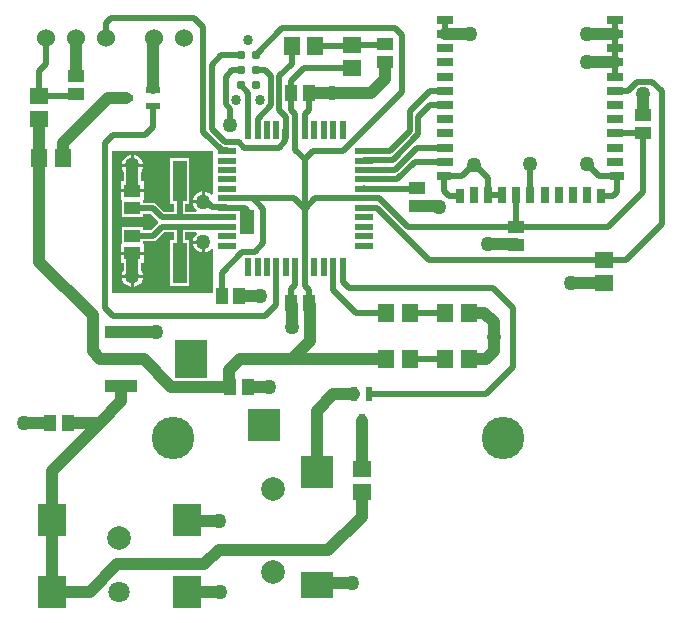
<source format=gtl>
G04 Layer_Physical_Order=1*
G04 Layer_Color=255*
%FSLAX44Y44*%
%MOMM*%
G71*
G01*
G75*
%ADD10R,2.7000X1.0000*%
%ADD11R,2.7000X3.3000*%
%ADD12R,1.1000X1.4000*%
%ADD13R,1.4000X1.1000*%
%ADD14C,0.7874*%
%ADD15R,1.4000X1.5000*%
%ADD16R,1.5000X1.4000*%
%ADD17R,1.2000X3.5000*%
%ADD18R,2.8000X2.8000*%
%ADD19R,2.8000X2.2000*%
%ADD20R,1.3000X0.6000*%
%ADD21R,0.6000X1.3000*%
%ADD22R,1.6000X0.6000*%
%ADD23R,0.6000X1.6000*%
%ADD24R,2.4000X2.8000*%
%ADD25R,1.4000X0.8000*%
%ADD26R,1.2000X0.8000*%
%ADD27R,0.8000X1.2000*%
%ADD28R,0.8000X1.4000*%
%ADD29C,0.5000*%
%ADD30C,1.0000*%
%ADD31C,3.6000*%
%ADD32C,0.8636*%
%ADD33C,2.0000*%
%ADD34C,1.5240*%
%ADD35C,1.8000*%
%ADD36C,1.2700*%
G36*
X177000Y354264D02*
X175730Y353833D01*
X175340Y354340D01*
X173483Y355765D01*
X171321Y356661D01*
X170270Y356800D01*
Y348000D01*
X169000D01*
Y346730D01*
X160201D01*
X160339Y345679D01*
X161235Y343517D01*
X162660Y341660D01*
X163704Y340858D01*
X163273Y339588D01*
X153588D01*
Y346500D01*
X157000D01*
Y385500D01*
X141000D01*
Y346500D01*
X144412D01*
Y339588D01*
X135900D01*
X129744Y345744D01*
X128256Y346739D01*
X126500Y347088D01*
X118000D01*
Y349460D01*
X118540D01*
Y356230D01*
X109000D01*
X99460D01*
Y349460D01*
X100000D01*
Y335000D01*
X118000D01*
Y337912D01*
X124600D01*
X130756Y331756D01*
X130936Y331635D01*
Y330365D01*
X130756Y330244D01*
X124600Y324088D01*
X118000D01*
Y327000D01*
X100000D01*
Y312540D01*
X99460D01*
Y305770D01*
X118540D01*
Y312540D01*
X118000D01*
Y314912D01*
X126500D01*
X128256Y315261D01*
X129744Y316256D01*
X135900Y322412D01*
X144412D01*
Y315500D01*
X141000D01*
Y276500D01*
X157000D01*
Y315500D01*
X153588D01*
Y322412D01*
X163273D01*
X163704Y321142D01*
X162660Y320340D01*
X161235Y318483D01*
X160339Y316321D01*
X160201Y315270D01*
X169000D01*
Y314000D01*
X170270D01*
Y305201D01*
X171321Y305339D01*
X173483Y306235D01*
X175340Y307660D01*
X175730Y308167D01*
X177000Y307736D01*
Y277000D01*
X177000D01*
Y271000D01*
X92000D01*
Y391000D01*
X177000D01*
Y354264D01*
D02*
G37*
G36*
X212000Y321000D02*
X200000Y321000D01*
X200000Y341000D01*
X212000Y341000D01*
X212000Y321000D01*
D02*
G37*
%LPC*%
G36*
X167730Y312730D02*
X160201D01*
X160339Y311679D01*
X161235Y309517D01*
X162660Y307660D01*
X164517Y306235D01*
X166679Y305339D01*
X167730Y305201D01*
Y312730D01*
D02*
G37*
G36*
X107730Y283730D02*
X100201D01*
X100339Y282679D01*
X101235Y280517D01*
X102660Y278660D01*
X104517Y277235D01*
X106679Y276339D01*
X107730Y276201D01*
Y283730D01*
D02*
G37*
G36*
X117800D02*
X110270D01*
Y276201D01*
X111321Y276339D01*
X113483Y277235D01*
X115340Y278660D01*
X116765Y280517D01*
X117661Y282679D01*
X117800Y283730D01*
D02*
G37*
G36*
X118540Y303230D02*
X99460D01*
Y296460D01*
X101940D01*
Y290402D01*
X101235Y289483D01*
X100339Y287321D01*
X100201Y286270D01*
X117800D01*
X117661Y287321D01*
X116765Y289483D01*
X116060Y290402D01*
Y296460D01*
X118540D01*
Y303230D01*
D02*
G37*
G36*
X107730Y387799D02*
X106679Y387661D01*
X104517Y386765D01*
X102660Y385340D01*
X101235Y383483D01*
X100339Y381321D01*
X100201Y380270D01*
X107730D01*
Y387799D01*
D02*
G37*
G36*
X110270D02*
Y380270D01*
X117800D01*
X117661Y381321D01*
X116765Y383483D01*
X115340Y385340D01*
X113483Y386765D01*
X111321Y387661D01*
X110270Y387799D01*
D02*
G37*
G36*
X167730Y356800D02*
X166679Y356661D01*
X164517Y355765D01*
X162660Y354340D01*
X161235Y352483D01*
X160339Y350321D01*
X160201Y349270D01*
X167730D01*
Y356800D01*
D02*
G37*
G36*
X117800Y377730D02*
X100201D01*
X100339Y376679D01*
X101235Y374517D01*
X101940Y373598D01*
Y365540D01*
X99460D01*
Y358770D01*
X109000D01*
X118540D01*
Y365540D01*
X116060D01*
Y373598D01*
X116765Y374517D01*
X117661Y376679D01*
X117800Y377730D01*
D02*
G37*
%LPD*%
D10*
X99500Y238000D02*
D03*
Y215000D02*
D03*
Y192000D02*
D03*
D11*
X158500Y215000D02*
D03*
D12*
X258500Y262000D02*
D03*
X243500D02*
D03*
X206500Y191000D02*
D03*
X191500D02*
D03*
X39500Y161000D02*
D03*
X54500D02*
D03*
X184500Y268000D02*
D03*
X199500D02*
D03*
X243500Y440000D02*
D03*
X258500D02*
D03*
D13*
X323000Y481500D02*
D03*
Y466500D02*
D03*
X434000Y326500D02*
D03*
Y311500D02*
D03*
X61000Y439500D02*
D03*
Y454500D02*
D03*
X541000Y421500D02*
D03*
Y406500D02*
D03*
X350000Y344500D02*
D03*
Y359500D02*
D03*
X109000Y357500D02*
D03*
Y342500D02*
D03*
Y304500D02*
D03*
Y319500D02*
D03*
D14*
X213350Y459600D02*
D03*
X200650Y446900D02*
D03*
Y459600D02*
D03*
X213350Y472300D02*
D03*
X200650D02*
D03*
X213350Y446900D02*
D03*
D15*
X50000Y385000D02*
D03*
X30000D02*
D03*
X264000Y480000D02*
D03*
X244000D02*
D03*
X344000Y215000D02*
D03*
X324000D02*
D03*
X344000Y254000D02*
D03*
X324000D02*
D03*
X374000D02*
D03*
X394000D02*
D03*
X374000Y215000D02*
D03*
X394000D02*
D03*
D16*
X303000Y122000D02*
D03*
Y102000D02*
D03*
X508000Y299000D02*
D03*
Y279000D02*
D03*
X295000Y481000D02*
D03*
Y461000D02*
D03*
X30000Y418000D02*
D03*
Y438000D02*
D03*
D17*
X149000Y296000D02*
D03*
Y366000D02*
D03*
D18*
X220500Y159000D02*
D03*
X265000Y119000D02*
D03*
D19*
Y24000D02*
D03*
D20*
X103750Y436000D02*
D03*
X126250Y442500D02*
D03*
Y429500D02*
D03*
D21*
X303000Y162750D02*
D03*
X296500Y185250D02*
D03*
X309500D02*
D03*
D22*
X305000Y311000D02*
D03*
Y319000D02*
D03*
Y327000D02*
D03*
Y335000D02*
D03*
Y343000D02*
D03*
Y351000D02*
D03*
Y359000D02*
D03*
Y367000D02*
D03*
Y375000D02*
D03*
Y383000D02*
D03*
Y391000D02*
D03*
X189000D02*
D03*
Y383000D02*
D03*
Y375000D02*
D03*
Y367000D02*
D03*
Y359000D02*
D03*
Y351000D02*
D03*
Y343000D02*
D03*
Y335000D02*
D03*
Y327000D02*
D03*
Y319000D02*
D03*
Y311000D02*
D03*
D23*
X287000Y409000D02*
D03*
X279000D02*
D03*
X271000D02*
D03*
X263000D02*
D03*
X255000D02*
D03*
X247000D02*
D03*
X239000D02*
D03*
X231000D02*
D03*
X223000D02*
D03*
X215000D02*
D03*
X207000D02*
D03*
Y293000D02*
D03*
X215000D02*
D03*
X223000D02*
D03*
X231000D02*
D03*
X239000D02*
D03*
X247000D02*
D03*
X255000D02*
D03*
X263000D02*
D03*
X271000D02*
D03*
X279000D02*
D03*
X287000D02*
D03*
D24*
X41000Y18000D02*
D03*
Y79000D02*
D03*
X155000Y18000D02*
D03*
Y79000D02*
D03*
D25*
X374000Y502000D02*
D03*
Y490000D02*
D03*
Y478000D02*
D03*
Y466000D02*
D03*
Y454000D02*
D03*
Y442000D02*
D03*
Y430000D02*
D03*
Y418000D02*
D03*
Y406000D02*
D03*
Y394000D02*
D03*
Y382000D02*
D03*
X518000D02*
D03*
Y394000D02*
D03*
Y406000D02*
D03*
Y418000D02*
D03*
Y430000D02*
D03*
Y442000D02*
D03*
Y454000D02*
D03*
Y466000D02*
D03*
Y478000D02*
D03*
Y490000D02*
D03*
Y502000D02*
D03*
D26*
X373000Y370000D02*
D03*
X519000D02*
D03*
D27*
X386000Y353000D02*
D03*
X506000D02*
D03*
D28*
X398000Y354000D02*
D03*
X410000D02*
D03*
X422000D02*
D03*
X434000D02*
D03*
X446000D02*
D03*
X458000D02*
D03*
X470000D02*
D03*
X482000D02*
D03*
X494000D02*
D03*
D29*
X243500Y262000D02*
X243500Y262000D01*
X243500Y262000D02*
Y274500D01*
X258500Y262000D02*
Y273500D01*
X255000Y277000D02*
X258500Y273500D01*
X176000Y410000D02*
Y464000D01*
Y410000D02*
X187500Y398500D01*
X360000Y299000D02*
X527000D01*
X193600Y459600D02*
X200650D01*
X188000Y454000D02*
X193600Y459600D01*
X188000Y442115D02*
Y454000D01*
X187895Y442010D02*
X188000Y442115D01*
X187895Y430495D02*
Y442010D01*
Y430495D02*
X192000Y426390D01*
Y413000D02*
Y426390D01*
X198864Y398500D02*
X203364Y394000D01*
X233364D01*
X187500Y398500D02*
X198864D01*
X184300Y472300D02*
X200650D01*
Y446900D02*
X207000Y440550D01*
Y409000D02*
Y440550D01*
X226500Y429890D02*
Y454500D01*
X221400Y459600D02*
X226500Y454500D01*
X213350Y459600D02*
X221400D01*
X215000Y409000D02*
Y418390D01*
X226500Y429890D01*
X233500Y425601D02*
Y454500D01*
X213300Y472300D02*
X236000Y495000D01*
X331000D01*
X337000Y441000D02*
X337000D01*
X287000Y391000D02*
X337000Y441000D01*
X262000Y391000D02*
X287000D01*
X255000Y384000D02*
X262000Y391000D01*
X255000Y384000D02*
X255000D01*
X255000Y342000D02*
Y384000D01*
X337000Y441000D02*
Y489000D01*
X331000Y495000D02*
X337000Y489000D01*
X233364Y394000D02*
X238500Y399136D01*
X176000Y464000D02*
X184300Y472300D01*
X238500Y408500D02*
X239000Y409000D01*
X238500Y399136D02*
Y408500D01*
X295000Y481000D02*
X322500D01*
X323000Y481500D01*
X254000Y461000D02*
X295000D01*
X243500Y450500D02*
X254000Y461000D01*
X243500Y440000D02*
Y450500D01*
X244000Y465000D02*
Y480000D01*
X233500Y454500D02*
X244000Y465000D01*
X318000Y351000D02*
X342500Y326500D01*
X349500Y359000D02*
X350000Y359500D01*
X305000Y359000D02*
X349500D01*
X305000Y351000D02*
X318000D01*
X316000Y343000D02*
X360000Y299000D01*
X305000Y343000D02*
X316000D01*
X264000Y480000D02*
X291000D01*
X434000Y330500D02*
Y354000D01*
X126810Y486750D02*
X126960Y486900D01*
X30000Y439100D02*
X31850Y437250D01*
X30000Y439100D02*
Y459000D01*
X35700Y464700D01*
Y486900D01*
X31850Y437250D02*
X61100D01*
X398000Y380000D02*
X410000Y368000D01*
Y354000D02*
Y368000D01*
Y354000D02*
X422000D01*
X446000D02*
X446000Y354000D01*
Y380000D01*
X206000Y333000D02*
Y341000D01*
X504000Y370000D02*
X519000D01*
X494000Y380000D02*
X504000Y370000D01*
X519000Y356000D02*
Y370000D01*
X516000Y353000D02*
X519000Y356000D01*
X506000Y353000D02*
X516000D01*
X388000Y370000D02*
X398000Y380000D01*
X373000Y370000D02*
X388000D01*
X247000Y392000D02*
Y409000D01*
Y392000D02*
X255000Y384000D01*
X246000Y351000D02*
X255000Y342000D01*
X264000Y351000D02*
X305000D01*
X255000Y342000D02*
X264000Y351000D01*
X255000Y293000D02*
Y342000D01*
X374000Y490000D02*
Y502000D01*
X518000Y490000D02*
Y502000D01*
Y478000D02*
Y490000D01*
Y466000D02*
Y478000D01*
Y454000D02*
Y466000D01*
X348000Y382000D02*
X374000D01*
X333000Y367000D02*
X348000Y382000D01*
X305000Y367000D02*
X333000D01*
X331000Y375000D02*
X350000Y394000D01*
X305000Y375000D02*
X331000D01*
X329399Y383500D02*
X351000Y405101D01*
X305500Y383500D02*
X329399D01*
X327000Y391000D02*
X344000Y408000D01*
X305000Y391000D02*
X327000D01*
X350000Y394000D02*
X374000D01*
X361000Y430000D02*
X374000D01*
X351000Y420000D02*
X361000Y430000D01*
X351000Y405101D02*
Y420000D01*
X305000Y383000D02*
X305500Y383500D01*
X361000Y442000D02*
X374000D01*
X344000Y425000D02*
X361000Y442000D01*
X344000Y408000D02*
Y425000D01*
X305000Y359000D02*
Y359500D01*
X344000Y215000D02*
X374000D01*
X344000Y254000D02*
X374000D01*
X233500Y425601D02*
X239000Y420101D01*
Y409000D02*
Y420101D01*
X243500Y274500D02*
X247000Y278000D01*
X255000Y277000D02*
Y293000D01*
X247000Y278000D02*
Y293000D01*
X255000Y409000D02*
Y422000D01*
X258500Y425500D01*
Y440000D01*
X243500Y425500D02*
Y440000D01*
Y425500D02*
X247000Y422000D01*
Y409000D02*
Y422000D01*
X189000Y343000D02*
X204000D01*
X206000Y341000D01*
X149000Y327000D02*
X189000D01*
X149000Y296000D02*
Y327000D01*
X134000D02*
X149000D01*
X134000Y335000D02*
X149000D01*
X189000D01*
X149000D02*
Y366000D01*
X109000Y342500D02*
X126500D01*
X134000Y335000D01*
X109000Y319500D02*
X126500D01*
X134000Y327000D01*
X518000Y406000D02*
X534000D01*
X342500Y326500D02*
X434000D01*
X511500D01*
X541000Y356000D01*
Y406500D01*
X527000Y299000D02*
X557000Y329000D01*
X518000Y442000D02*
X528656D01*
X536506Y449850D01*
X548850D01*
X557000Y441700D01*
Y329000D02*
Y441700D01*
X373000Y357000D02*
Y370000D01*
Y357000D02*
X377000Y353000D01*
X386000D01*
X309500Y185250D02*
X408250D01*
X431000Y208000D01*
Y258000D01*
X414000Y275000D02*
X431000Y258000D01*
X292000Y275000D02*
X414000D01*
X287000Y280000D02*
X292000Y275000D01*
X287000Y280000D02*
Y293000D01*
X279000Y273000D02*
Y293000D01*
Y273000D02*
X298000Y254000D01*
X324000D01*
X86400Y487000D02*
Y499400D01*
X91000Y504000D01*
X126250Y411250D02*
Y429500D01*
X169000Y348000D02*
X172000D01*
X188500Y343500D02*
X189000Y343000D01*
X211000Y351000D02*
X220000Y342000D01*
X189000Y351000D02*
X211000D01*
X246000D01*
X91000Y504000D02*
X161000D01*
X169000Y496000D01*
X189000Y391000D02*
Y391500D01*
X169000Y407000D02*
Y496000D01*
Y407000D02*
X184500Y391500D01*
X189000D01*
X120000Y405000D02*
X126250Y411250D01*
X86000Y258100D02*
X92600Y251500D01*
X221500D01*
X231000Y261000D01*
Y293000D01*
X184500Y270000D02*
Y287864D01*
X176500Y343500D02*
X188500D01*
X172000Y348000D02*
X176500Y343500D01*
X184500Y287864D02*
X202136Y305500D01*
X220000Y313000D02*
Y342000D01*
X202136Y305500D02*
X212500D01*
X220000Y313000D01*
X93000Y405000D02*
X120000D01*
X86000Y398000D02*
X93000Y405000D01*
X86000Y258100D02*
Y398000D01*
D30*
X99500Y215000D02*
X99500Y215000D01*
X170000Y41000D02*
X182000Y53000D01*
X96000Y41000D02*
X170000D01*
X73000Y18000D02*
X96000Y41000D01*
X41000Y18000D02*
X73000D01*
X41000D02*
Y120500D01*
X155000Y78000D02*
X182000D01*
X162000Y18000D02*
X183000D01*
X155000Y25000D02*
X162000Y18000D01*
X41000Y120500D02*
X81500Y161000D01*
X54500D02*
X81500D01*
X17000D02*
X39500D01*
X264360Y25060D02*
X264420Y25000D01*
X295000D01*
X311000Y440000D02*
X323000Y452000D01*
X278000Y440000D02*
X311000D01*
X323000Y452000D02*
Y466500D01*
X258500Y440000D02*
X278000D01*
X350000Y344500D02*
X369000D01*
X433500Y312000D02*
X434000Y311500D01*
X410000Y312000D02*
X433500D01*
X109000Y285000D02*
Y304500D01*
Y357500D02*
Y379000D01*
X374000Y490000D02*
X395000D01*
X494000D02*
X518000D01*
Y466000D02*
X518000Y466000D01*
X494000Y466000D02*
X518000D01*
X480000Y279000D02*
X508000D01*
X508000Y279000D01*
X541000Y421500D02*
Y439000D01*
X81500Y161000D02*
X99500Y179000D01*
Y187000D01*
X82000Y215000D02*
X99500D01*
X75525Y221476D02*
X82000Y215000D01*
X99500Y215000D02*
X118601D01*
X142101Y191500D01*
X191000D01*
X99500Y238000D02*
X129000D01*
X99500Y238000D02*
X99500Y238000D01*
X30000Y297438D02*
Y418000D01*
X152000Y486540D02*
X152360Y486900D01*
X61000Y454500D02*
Y487000D01*
X126810Y444250D02*
Y486750D01*
X259000Y230000D02*
Y260500D01*
X75525Y221476D02*
Y251914D01*
X30000Y297438D02*
X75525Y251914D01*
X243000Y261500D02*
X243500Y262000D01*
X206500Y191000D02*
X225000D01*
X394000Y215000D02*
X408000D01*
X415000Y222000D01*
Y246000D01*
X407000Y254000D02*
X415000Y246000D01*
X394000Y254000D02*
X407000D01*
X324000Y215000D02*
X324000Y215000D01*
X182000Y53000D02*
X275000D01*
X303000Y81000D01*
Y98000D01*
X265000Y119000D02*
Y171000D01*
X279250Y185250D01*
X296500D01*
X303000Y122000D02*
Y162750D01*
X191000Y191500D02*
X191500Y191000D01*
X191000Y191500D02*
Y206000D01*
X200000Y215000D01*
X244000Y242000D02*
Y260500D01*
X243000Y261500D02*
X244000Y260500D01*
Y215000D02*
X259000Y230000D01*
X200000Y215000D02*
X244000D01*
X324000D01*
X199500Y268000D02*
X217000D01*
X88000Y436000D02*
X103750D01*
X50000Y390000D02*
Y398000D01*
X88000Y436000D01*
D31*
X423100Y148300D02*
D03*
X143100D02*
D03*
D32*
X207000Y485000D02*
D03*
X217160Y434200D02*
D03*
X196840D02*
D03*
D33*
X228000Y105000D02*
D03*
Y35000D02*
D03*
X98000Y63000D02*
D03*
D34*
X126960Y486900D02*
D03*
X152360D02*
D03*
X86400Y487000D02*
D03*
X35600D02*
D03*
X61000D02*
D03*
D35*
X98000Y18000D02*
D03*
D36*
X182000Y78000D02*
D03*
X183000Y18000D02*
D03*
X17000Y161000D02*
D03*
X192000Y413000D02*
D03*
X278000Y440000D02*
D03*
X398000Y379500D02*
D03*
X369000Y344000D02*
D03*
X295000Y25000D02*
D03*
X410000Y312000D02*
D03*
X109000Y285000D02*
D03*
Y379000D02*
D03*
X446000Y380000D02*
D03*
X395000Y490000D02*
D03*
X494000D02*
D03*
Y466000D02*
D03*
Y380000D02*
D03*
X169000Y314000D02*
D03*
Y348000D02*
D03*
X480000Y279000D02*
D03*
X541000Y439000D02*
D03*
X129000Y238000D02*
D03*
X225000Y191000D02*
D03*
X415000Y234000D02*
D03*
X244000Y242000D02*
D03*
X217000Y268000D02*
D03*
M02*

</source>
